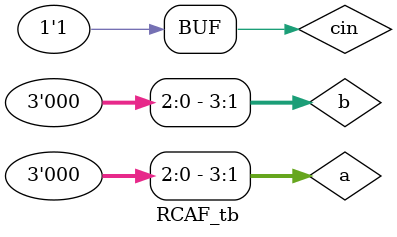
<source format=v>
module RCAF(
            input [3:0]a,b,
            input cin,
            output reg[3:0]sum,
            output cout
            );
reg [1:0] res;
reg carry;
function reg[1:0] FA(input a,b,cin);
       reg carry;
       reg sum;
       begin
       carry=(a&b) | (b&cin) | (cin&a) ;
       sum=a^b^cin;
       FA={carry,sum};
       end
endfunction

always @(*)
begin
res=FA(a[0],b[0],cin);
sum[0]=res[0];
carry=res[1];

res=FA(a[1],b[1],carry);
sum[1]=res[0];
carry=res[1];

res=FA(a[2],b[2],carry);
sum[2]=res[0];
carry=res[1];

res=FA(a[3],b[3],carry);
sum[3]=res[0];
carry=res[1];

end
endmodule

module RCAF_tb();
    reg [3:0]a,b;
    reg cin;
    wire [3:0]sum;
    wire cout;

    //instantiation
    RCAF R1(a,b,cin,sum,cout);

    initial
    begin
    a=$random;b=$random;cin=1;#10;
    end
    
    initial
    $monitor("a=%d,b=%d,cin=%d,sum=%d,cout=%d,Time=%t",a,b,cin,sum,cout,$time);
    endmodule
    

</source>
